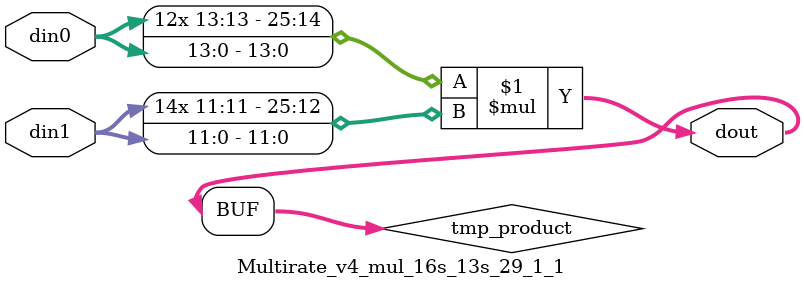
<source format=v>

`timescale 1 ns / 1 ps

 module Multirate_v4_mul_16s_13s_29_1_1(din0, din1, dout);
parameter ID = 1;
parameter NUM_STAGE = 0;
parameter din0_WIDTH = 14;
parameter din1_WIDTH = 12;
parameter dout_WIDTH = 26;

input [din0_WIDTH - 1 : 0] din0; 
input [din1_WIDTH - 1 : 0] din1; 
output [dout_WIDTH - 1 : 0] dout;

wire signed [dout_WIDTH - 1 : 0] tmp_product;



























assign tmp_product = $signed(din0) * $signed(din1);








assign dout = tmp_product;





















endmodule

</source>
